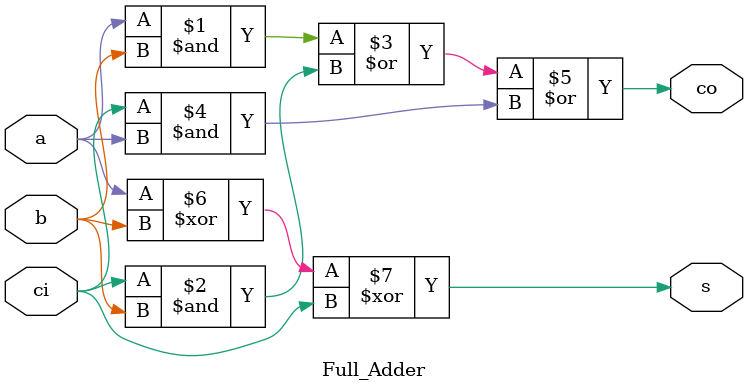
<source format=v>
`timescale 1ns / 1ps


module Full_Adder(
    //output [3:0] T,
    input ci,
    input a,
    input b,
    output co,
    output s
    
     // output seg_a,
     //output seg_b,
     //output seg_c,
     //output seg_d,
     //output seg_e,
     //output seg_f,
     //output seg_g

    );
    
    //assign T  = 4'b1110;
    assign co = (a & b) | (ci & b) | (ci & a);
    assign s  = (a ^ b ^ ci);

endmodule

</source>
